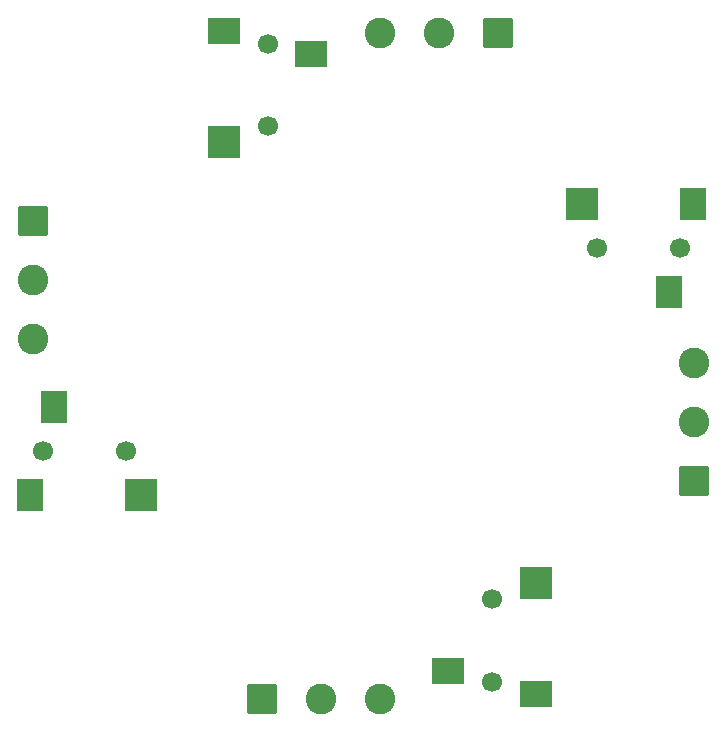
<source format=gts>
G04 #@! TF.GenerationSoftware,KiCad,Pcbnew,9.0.3*
G04 #@! TF.CreationDate,2025-08-26T17:47:51-07:00*
G04 #@! TF.ProjectId,sdi12_breakout,73646931-325f-4627-9265-616b6f75742e,V1*
G04 #@! TF.SameCoordinates,Original*
G04 #@! TF.FileFunction,Soldermask,Top*
G04 #@! TF.FilePolarity,Negative*
%FSLAX45Y45*%
G04 Gerber Fmt 4.5, Leading zero omitted, Abs format (unit mm)*
G04 Created by KiCad (PCBNEW 9.0.3) date 2025-08-26 17:47:51*
%MOMM*%
%LPD*%
G01*
G04 APERTURE LIST*
G04 Aperture macros list*
%AMRoundRect*
0 Rectangle with rounded corners*
0 $1 Rounding radius*
0 $2 $3 $4 $5 $6 $7 $8 $9 X,Y pos of 4 corners*
0 Add a 4 corners polygon primitive as box body*
4,1,4,$2,$3,$4,$5,$6,$7,$8,$9,$2,$3,0*
0 Add four circle primitives for the rounded corners*
1,1,$1+$1,$2,$3*
1,1,$1+$1,$4,$5*
1,1,$1+$1,$6,$7*
1,1,$1+$1,$8,$9*
0 Add four rect primitives between the rounded corners*
20,1,$1+$1,$2,$3,$4,$5,0*
20,1,$1+$1,$4,$5,$6,$7,0*
20,1,$1+$1,$6,$7,$8,$9,0*
20,1,$1+$1,$8,$9,$2,$3,0*%
G04 Aperture macros list end*
%ADD10RoundRect,0.250000X1.050000X-1.050000X1.050000X1.050000X-1.050000X1.050000X-1.050000X-1.050000X0*%
%ADD11C,2.600000*%
%ADD12RoundRect,0.250000X1.050000X1.050000X-1.050000X1.050000X-1.050000X-1.050000X1.050000X-1.050000X0*%
%ADD13C,1.700000*%
%ADD14R,2.200000X2.800000*%
%ADD15R,2.800000X2.800000*%
%ADD16RoundRect,0.250000X-1.050000X-1.050000X1.050000X-1.050000X1.050000X1.050000X-1.050000X1.050000X0*%
%ADD17R,2.800000X2.200000*%
%ADD18RoundRect,0.250000X-1.050000X1.050000X-1.050000X-1.050000X1.050000X-1.050000X1.050000X1.050000X0*%
G04 APERTURE END LIST*
D10*
X7511750Y-5750000D03*
D11*
X7511750Y-5250000D03*
X7511750Y-4750000D03*
D12*
X5850000Y-1963250D03*
D11*
X5350000Y-1963250D03*
X4850000Y-1963250D03*
D13*
X7390000Y-3780000D03*
X6690000Y-3780000D03*
D14*
X7300000Y-4150000D03*
X7500000Y-3410000D03*
D15*
X6560000Y-3410000D03*
D13*
X2000000Y-5500000D03*
X2700000Y-5500000D03*
D14*
X2090000Y-5130000D03*
X1890000Y-5870000D03*
D15*
X2830000Y-5870000D03*
D16*
X3850000Y-7600000D03*
D11*
X4350000Y-7600000D03*
X4850000Y-7600000D03*
D13*
X5800000Y-7450000D03*
X5800000Y-6750000D03*
D17*
X5430000Y-7360000D03*
X6170000Y-7560000D03*
D15*
X6170000Y-6620000D03*
D13*
X3900000Y-2050000D03*
X3900000Y-2750000D03*
D17*
X4270000Y-2140000D03*
X3530000Y-1940000D03*
D15*
X3530000Y-2880000D03*
D18*
X1913250Y-3550000D03*
D11*
X1913250Y-4050000D03*
X1913250Y-4550000D03*
M02*

</source>
